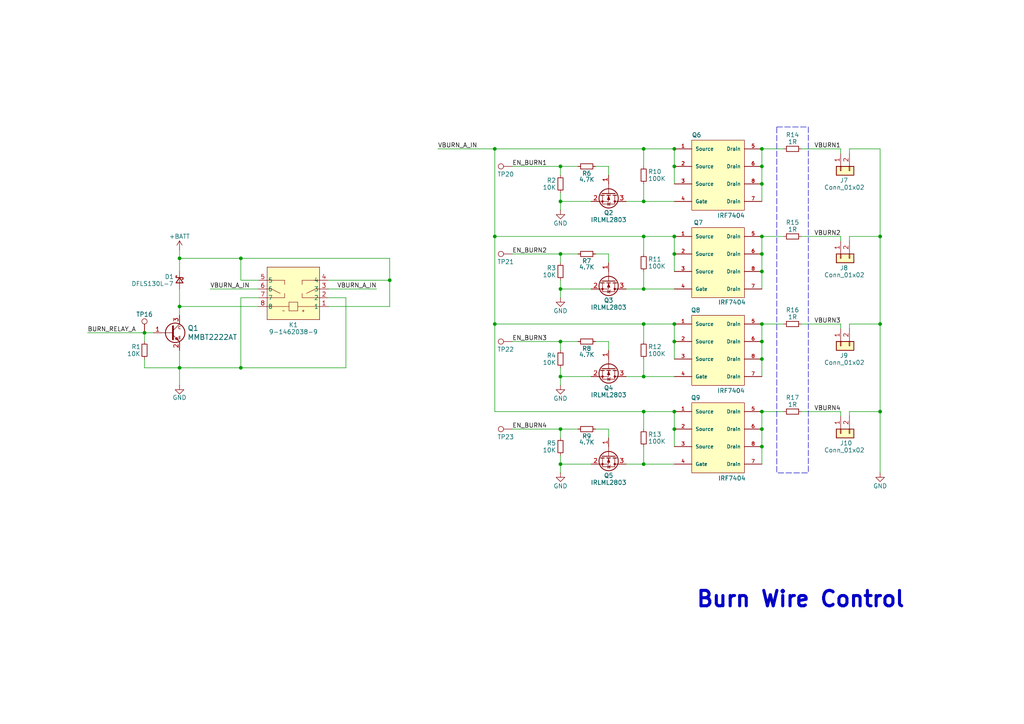
<source format=kicad_sch>
(kicad_sch (version 20231120) (generator "eeschema") (generator_version "8.0")
  (paper "A4")
  (title_block (title "Avionics-BatteryBoard") (date "2024-06-15") (rev "1.1") (company "Argus-1 Cubesat") (comment 1 "M. Holliday") (comment 2 "N. Khera"))
  (lib_symbols
    (symbol "BatteryBoard:9-1462038-8" (pin_names (offset 0.254))
      (property "Reference" "K" (at 0 11.176 0))
      (property "Value" "9-1462038-8" (at 0 9.144 0))
      (symbol "9-1462038-8_0_1"
        (polyline (pts (xy -7.62 -1.27) (xy -6.35 -1.27)) (stroke (width 0.127)))
        (polyline (pts (xy -7.62 1.27) (xy -2.54 1.27)) (stroke (width 0.127)))
        (polyline (pts (xy -7.62 3.81) (xy -1.27 3.81)) (stroke (width 0.127)))
        (polyline (pts (xy -6.35 -1.27) (xy -3.81 0)) (stroke (width 0.127)))
        (polyline (pts (xy -2.8464 4.7606) (xy -2.8464 5.3956)) (stroke (width 0.127)))
        (polyline (pts (xy -2.54 -3.81) (xy -7.62 -3.81)) (stroke (width 0.127)))
        (polyline (pts (xy -2.54 -2.54) (xy -2.54 -3.81)) (stroke (width 0.127)))
        (polyline (pts (xy -2.54 1.27) (xy -2.54 0)) (stroke (width 0.127)))
        (polyline (pts (xy -2.54 5.08) (xy -3.175 5.08)) (stroke (width 0.127)))
        (polyline (pts (xy -1.27 2.54) (xy 1.27 2.54)) (stroke (width 0.127)))
        (polyline (pts (xy -1.27 5.08) (xy -1.27 2.54)) (stroke (width 0.127)))
        (polyline (pts (xy 1.27 2.54) (xy 1.27 5.08)) (stroke (width 0.127)))
        (polyline (pts (xy 1.27 3.81) (xy 7.62 3.81)) (stroke (width 0.127)))
        (polyline (pts (xy 1.27 5.08) (xy -1.27 5.08)) (stroke (width 0.127)))
        (polyline (pts (xy 2.54 -3.81) (xy 2.54 -2.54)) (stroke (width 0.127)))
        (polyline (pts (xy 2.54 0) (xy 2.54 1.27)) (stroke (width 0.127)))
        (polyline (pts (xy 2.54 1.27) (xy 7.62 1.27)) (stroke (width 0.127)))
        (polyline (pts (xy 2.54 5.08) (xy 3.175 5.08)) (stroke (width 0.127)))
        (polyline (pts (xy 6.35 -1.27) (xy 3.81 0)) (stroke (width 0.127)))
        (polyline (pts (xy 7.62 -3.81) (xy 2.54 -3.81)) (stroke (width 0.127)))
        (polyline (pts (xy 7.62 -1.27) (xy 6.35 -1.27)) (stroke (width 0.127)))
      )
      (symbol "9-1462038-8_1_1"
        (rectangle (start -7.62 7.62) (end 7.62 -7.62) (fill (type background)))
        (pin power_in line (at -10.16 3.81 0) (length 2.54) (name "1") (number "1"))
        (pin input line (at -10.16 1.27 0) (length 2.54) (name "2") (number "2"))
        (pin output line (at -10.16 -1.27 0) (length 2.54) (name "3") (number "3"))
        (pin input line (at -10.16 -3.81 0) (length 2.54) (name "4") (number "4"))
        (pin input line (at 10.16 -3.81 180) (length 2.54) (name "5") (number "5"))
        (pin output line (at 10.16 -1.27 180) (length 2.54) (name "6") (number "6"))
        (pin input line (at 10.16 1.27 180) (length 2.54) (name "7") (number "7"))
        (pin power_in line (at 10.16 3.81 180) (length 2.54) (name "8") (number "8"))
      )
    )
    (symbol "BatteryBoard:IRF7404" (pin_names (offset 1.016))
      (property "Reference" "Q9" (at -7.874 10.668 0))
      (property "Value" "IRF7404" (at 0 -12.192 0))
      (symbol "IRF7404_0_0"
        (pin bidirectional line (at -12.7 7.62 0) (length 5.08) (name "Source") (number "1"))
        (pin bidirectional line (at -12.7 2.54 0) (length 5.08) (name "Source") (number "2"))
        (pin bidirectional line (at -12.7 -2.54 0) (length 5.08) (name "Source") (number "3"))
        (pin bidirectional line (at -12.7 -7.62 0) (length 5.08) (name "Gate") (number "4"))
        (pin bidirectional line (at 12.7 7.62 180) (length 5.08) (name "Drain") (number "5"))
        (pin bidirectional line (at 12.7 2.54 180) (length 5.08) (name "Drain") (number "6"))
        (pin bidirectional line (at 12.7 -7.62 180) (length 5.08) (name "Drain") (number "7"))
        (pin bidirectional line (at 12.7 -2.54 180) (length 5.08) (name "Drain") (number "8"))
      )
      (symbol "IRF7404_1_1"
        (rectangle (start -7.62 10.16) (end 7.62 -10.16) (fill (type background)))
      )
    )
    (symbol "Connector:TestPoint" (pin_numbers hide) (pin_names (offset 0.762) hide)
      (property "Reference" "TP" (at 0 6.858 0))
      (property "Value" "TestPoint" (at 0 5.08 0))
      (symbol "TestPoint_0_1"
        (circle (center 0 3.302) (radius 0.762))
      )
      (symbol "TestPoint_1_1"
        (pin passive line (at 0 0 90) (length 2.54) (name "1") (number "1"))
      )
    )
    (symbol "Connector_Generic:Conn_01x02" (pin_names (offset 1.016) hide)
      (property "Reference" "J" (at 0 2.54 0))
      (property "Value" "Conn_01x02" (at 0 -5.08 0))
      (symbol "Conn_01x02_1_1"
        (rectangle (start -1.27 -2.413) (end 0 -2.667) (stroke (width 0.1524)))
        (rectangle (start -1.27 0.127) (end 0 -0.127) (stroke (width 0.1524)))
        (rectangle (start -1.27 1.27) (end 1.27 -3.81) (stroke (width 0.254)) (fill (type background)))
        (pin passive line (at -5.08 0 0) (length 3.81) (name "Pin_1") (number "1"))
        (pin passive line (at -5.08 -2.54 0) (length 3.81) (name "Pin_2") (number "2"))
      )
    )
    (symbol "Device:D_Schottky_Small" (pin_numbers hide) (pin_names (offset 0.254) hide)
      (property "Reference" "D" (at -1.27 2.032 0))
      (property "Value" "D_Schottky_Small" (at -7.112 -2.032 0))
      (symbol "D_Schottky_Small_0_1"
        (polyline (pts (xy -0.762 0) (xy 0.762 0)))
        (polyline (pts (xy 0.762 -1.016) (xy -0.762 0) (xy 0.762 1.016) (xy 0.762 -1.016)) (stroke (width 0.254)))
        (polyline (pts (xy -1.27 0.762) (xy -1.27 1.016) (xy -0.762 1.016) (xy -0.762 -1.016) (xy -0.254 -1.016) (xy -0.254 -0.762)) (stroke (width 0.254)))
      )
      (symbol "D_Schottky_Small_1_1"
        (pin passive line (at -2.54 0 0) (length 1.778) (name "K") (number "1"))
        (pin passive line (at 2.54 0 180) (length 1.778) (name "A") (number "2"))
      )
    )
    (symbol "Device:R_Small" (pin_numbers hide) (pin_names (offset 0.254) hide)
      (property "Reference" "R" (at 0.762 0.508 0))
      (property "Value" "R_Small" (at 0.762 -1.016 0))
      (symbol "R_Small_0_1"
        (rectangle (start -0.762 1.778) (end 0.762 -1.778) (stroke (width 0.2032)))
      )
      (symbol "R_Small_1_1"
        (pin passive line (at 0 2.54 270) (length 0.762) (name "~") (number "1"))
        (pin passive line (at 0 -2.54 90) (length 0.762) (name "~") (number "2"))
      )
    )
    (symbol "Transistor_FET:IRLML2060" (pin_names hide)
      (property "Reference" "Q" (at 5.08 1.905 0))
      (property "Value" "IRLML2060" (at 5.08 0 0))
      (symbol "IRLML2060_0_1"
        (polyline (pts (xy 0.254 0) (xy -2.54 0)))
        (polyline (pts (xy 0.254 1.905) (xy 0.254 -1.905)) (stroke (width 0.254)))
        (polyline (pts (xy 0.762 -1.27) (xy 0.762 -2.286)) (stroke (width 0.254)))
        (polyline (pts (xy 0.762 0.508) (xy 0.762 -0.508)) (stroke (width 0.254)))
        (polyline (pts (xy 0.762 2.286) (xy 0.762 1.27)) (stroke (width 0.254)))
        (polyline (pts (xy 2.54 2.54) (xy 2.54 1.778)))
        (polyline (pts (xy 2.54 -2.54) (xy 2.54 0) (xy 0.762 0)))
        (polyline (pts (xy 0.762 -1.778) (xy 3.302 -1.778) (xy 3.302 1.778) (xy 0.762 1.778)))
        (polyline (pts (xy 1.016 0) (xy 2.032 0.381) (xy 2.032 -0.381) (xy 1.016 0)) (fill (type outline)))
        (polyline (pts (xy 2.794 0.508) (xy 2.921 0.381) (xy 3.683 0.381) (xy 3.81 0.254)))
        (polyline (pts (xy 3.302 0.381) (xy 2.921 -0.254) (xy 3.683 -0.254) (xy 3.302 0.381)))
        (circle (center 1.651 0) (radius 2.794) (stroke (width 0.254)))
        (circle (center 2.54 -1.778) (radius 0.254) (fill (type outline)))
        (circle (center 2.54 1.778) (radius 0.254) (fill (type outline)))
      )
      (symbol "IRLML2060_1_1"
        (pin input line (at -5.08 0 0) (length 2.54) (name "G") (number "1"))
        (pin passive line (at 2.54 -5.08 90) (length 2.54) (name "S") (number "2"))
        (pin passive line (at 2.54 5.08 270) (length 2.54) (name "D") (number "3"))
      )
    )
    (symbol "mainboard:MMBT2222AT" (pin_names (offset 1.016) hide)
      (property "Reference" "Q" (at -8.89 3.81 0))
      (property "Value" "MMBT2222AT" (at 2.54 -1.27 0))
      (symbol "MMBT2222AT_0_1"
        (polyline (pts (xy -5.08 0) (xy -1.905 0)))
        (polyline (pts (xy -0.127 -1.397) (xy 0.254 -1.397)))
        (polyline (pts (xy -0.127 -1.016) (xy 0.254 -1.016)))
        (polyline (pts (xy -0.127 -1.016) (xy -0.127 -1.778) (xy 0.254 -1.778)))
        (polyline (pts (xy 0.254 1.905) (xy -0.127 1.905) (xy -0.254 1.651) (xy -0.254 1.397) (xy -0.127 1.143) (xy 0.254 1.143)))
      )
      (symbol "MMBT2222AT_1_1"
        (circle (center -1.27 0) (radius 2.8194) (stroke (width 0.254)))
        (polyline (pts (xy -1.905 0.635) (xy 0 2.54)))
        (polyline (pts (xy -1.905 -0.635) (xy 0 -2.54) (xy 0 -2.54)))
        (polyline (pts (xy -1.905 1.905) (xy -1.905 -1.905) (xy -1.905 -1.905)) (stroke (width 0.508)))
        (polyline (pts (xy -1.27 -1.778) (xy -0.762 -1.27) (xy -0.254 -2.286) (xy -1.27 -1.778) (xy -1.27 -1.778)) (fill (type outline)))
        (pin input line (at -7.62 0 0) (length 2.54) (name "B") (number "1"))
        (pin passive line (at 0 -5.08 90) (length 2.54) (name "E") (number "2"))
        (pin passive line (at 0 5.08 270) (length 2.54) (name "C") (number "3"))
      )
    )
    (symbol "power:+BATT" (power) (pin_numbers hide) (pin_names (offset 0) hide)
      (property "Value" "+BATT" (at 0 3.556 0))
      (symbol "+BATT_0_1"
        (polyline (pts (xy -0.762 1.27) (xy 0 2.54)))
        (polyline (pts (xy 0 0) (xy 0 2.54)))
        (polyline (pts (xy 0 2.54) (xy 0.762 1.27)))
      )
      (symbol "+BATT_1_1"
        (pin power_in line (at 0 0 90) (length 0) (name "~") (number "1"))
      )
    )
    (symbol "power:GND" (power) (pin_numbers hide) (pin_names (offset 0) hide)
      (property "Value" "GND" (at 0 -3.81 0))
      (symbol "GND_0_1"
        (polyline (pts (xy 0 0) (xy 0 -1.27) (xy 1.27 -1.27) (xy 0 -2.54) (xy -1.27 -1.27) (xy 0 -1.27)))
      )
      (symbol "GND_1_1"
        (pin power_in line (at 0 0 270) (length 0) (name "~") (number "1"))
      )
    )
  )
  (junction (at 162.56 48.26))
  (junction (at 52.07 74.93))
  (junction (at 220.98 48.26))
  (junction (at 162.56 109.22))
  (junction (at 162.56 99.06))
  (junction (at 143.51 68.58))
  (junction (at 195.58 93.98))
  (junction (at 52.07 106.68))
  (junction (at 220.98 129.54))
  (junction (at 143.51 43.18))
  (junction (at 255.27 119.38))
  (junction (at 186.69 58.42))
  (junction (at 195.58 73.66))
  (junction (at 186.69 134.62))
  (junction (at 195.58 119.38))
  (junction (at 186.69 83.82))
  (junction (at 255.27 93.98))
  (junction (at 162.56 58.42))
  (junction (at 220.98 99.06))
  (junction (at 113.03 81.28))
  (junction (at 220.98 73.66))
  (junction (at 220.98 124.46))
  (junction (at 162.56 83.82))
  (junction (at 220.98 93.98))
  (junction (at 195.58 48.26))
  (junction (at 143.51 93.98))
  (junction (at 220.98 119.38))
  (junction (at 220.98 68.58))
  (junction (at 186.69 93.98))
  (junction (at 220.98 53.34))
  (junction (at 41.91 96.52))
  (junction (at 186.69 43.18))
  (junction (at 186.69 119.38))
  (junction (at 195.58 124.46))
  (junction (at 195.58 68.58))
  (junction (at 69.85 74.93))
  (junction (at 52.07 88.9))
  (junction (at 186.69 68.58))
  (junction (at 195.58 99.06))
  (junction (at 255.27 68.58))
  (junction (at 69.85 106.68))
  (junction (at 220.98 78.74))
  (junction (at 220.98 104.14))
  (junction (at 162.56 124.46))
  (junction (at 195.58 43.18))
  (junction (at 220.98 43.18))
  (junction (at 186.69 109.22))
  (junction (at 162.56 134.62))
  (junction (at 162.56 73.66))
  (wire (pts (xy 181.61 109.22) (xy 186.69 109.22)))
  (wire (pts (xy 176.53 127) (xy 176.53 124.46)))
  (wire (pts (xy 171.45 83.82) (xy 162.56 83.82)))
  (wire (pts (xy 148.59 124.46) (xy 162.56 124.46)))
  (wire (pts (xy 195.58 104.14) (xy 195.58 99.06)))
  (wire (pts (xy 109.22 83.82) (xy 95.25 83.82)))
  (wire (pts (xy 113.03 88.9) (xy 95.25 88.9)))
  (wire (pts (xy 220.98 53.34) (xy 220.98 58.42)))
  (wire (pts (xy 246.38 68.58) (xy 255.27 68.58)))
  (wire (pts (xy 220.98 109.22) (xy 220.98 104.14)))
  (wire (pts (xy 220.98 43.18) (xy 220.98 48.26)))
  (wire (pts (xy 69.85 86.36) (xy 69.85 106.68)))
  (wire (pts (xy 181.61 58.42) (xy 186.69 58.42)))
  (wire (pts (xy 143.51 68.58) (xy 186.69 68.58)))
  (wire (pts (xy 220.98 104.14) (xy 220.98 99.06)))
  (wire (pts (xy 143.51 68.58) (xy 143.51 43.18)))
  (wire (pts (xy 41.91 106.68) (xy 52.07 106.68)))
  (wire (pts (xy 186.69 68.58) (xy 195.58 68.58)))
  (wire (pts (xy 162.56 124.46) (xy 162.56 127)))
  (wire (pts (xy 186.69 43.18) (xy 186.69 48.26)))
  (wire (pts (xy 162.56 99.06) (xy 167.64 99.06)))
  (wire (pts (xy 255.27 68.58) (xy 255.27 93.98)))
  (wire (pts (xy 148.59 73.66) (xy 162.56 73.66)))
  (wire (pts (xy 52.07 72.39) (xy 52.07 74.93)))
  (wire (pts (xy 52.07 106.68) (xy 69.85 106.68)))
  (wire (pts (xy 195.58 53.34) (xy 195.58 48.26)))
  (wire (pts (xy 243.84 93.98) (xy 243.84 95.25)))
  (wire (pts (xy 41.91 96.52) (xy 44.45 96.52)))
  (wire (pts (xy 220.98 119.38) (xy 220.98 124.46)))
  (wire (pts (xy 52.07 88.9) (xy 52.07 91.44)))
  (wire (pts (xy 220.98 119.38) (xy 227.33 119.38)))
  (wire (pts (xy 246.38 44.45) (xy 246.38 43.18)))
  (wire (pts (xy 186.69 119.38) (xy 195.58 119.38)))
  (wire (pts (xy 232.41 43.18) (xy 243.84 43.18)))
  (wire (pts (xy 220.98 83.82) (xy 220.98 78.74)))
  (wire (pts (xy 162.56 86.36) (xy 162.56 83.82)))
  (wire (pts (xy 162.56 73.66) (xy 167.64 73.66)))
  (wire (pts (xy 220.98 93.98) (xy 227.33 93.98)))
  (wire (pts (xy 186.69 129.54) (xy 186.69 134.62)))
  (wire (pts (xy 41.91 96.52) (xy 41.91 99.06)))
  (wire (pts (xy 69.85 106.68) (xy 100.33 106.68)))
  (wire (pts (xy 162.56 58.42) (xy 162.56 55.88)))
  (wire (pts (xy 148.59 99.06) (xy 162.56 99.06)))
  (wire (pts (xy 171.45 109.22) (xy 162.56 109.22)))
  (wire (pts (xy 162.56 137.16) (xy 162.56 134.62)))
  (wire (pts (xy 25.4 96.52) (xy 41.91 96.52)))
  (wire (pts (xy 186.69 43.18) (xy 195.58 43.18)))
  (wire (pts (xy 220.98 93.98) (xy 220.98 99.06)))
  (wire (pts (xy 143.51 93.98) (xy 186.69 93.98)))
  (wire (pts (xy 162.56 111.76) (xy 162.56 109.22)))
  (wire (pts (xy 162.56 60.96) (xy 162.56 58.42)))
  (wire (pts (xy 186.69 68.58) (xy 186.69 73.66)))
  (wire (pts (xy 100.33 86.36) (xy 100.33 106.68)))
  (wire (pts (xy 113.03 81.28) (xy 113.03 88.9)))
  (wire (pts (xy 162.56 48.26) (xy 167.64 48.26)))
  (wire (pts (xy 186.69 78.74) (xy 186.69 83.82)))
  (wire (pts (xy 60.96 83.82) (xy 74.93 83.82)))
  (wire (pts (xy 220.98 78.74) (xy 220.98 73.66)))
  (wire (pts (xy 186.69 83.82) (xy 195.58 83.82)))
  (wire (pts (xy 176.53 76.2) (xy 176.53 73.66)))
  (wire (pts (xy 171.45 134.62) (xy 162.56 134.62)))
  (wire (pts (xy 171.45 58.42) (xy 162.56 58.42)))
  (wire (pts (xy 95.25 81.28) (xy 113.03 81.28)))
  (wire (pts (xy 162.56 99.06) (xy 162.56 101.6)))
  (wire (pts (xy 69.85 74.93) (xy 113.03 74.93)))
  (wire (pts (xy 172.72 48.26) (xy 176.53 48.26)))
  (wire (pts (xy 246.38 95.25) (xy 246.38 93.98)))
  (wire (pts (xy 220.98 43.18) (xy 227.33 43.18)))
  (wire (pts (xy 195.58 119.38) (xy 195.58 124.46)))
  (wire (pts (xy 52.07 74.93) (xy 69.85 74.93)))
  (wire (pts (xy 186.69 134.62) (xy 195.58 134.62)))
  (wire (pts (xy 143.51 119.38) (xy 186.69 119.38)))
  (wire (pts (xy 176.53 50.8) (xy 176.53 48.26)))
  (wire (pts (xy 186.69 109.22) (xy 195.58 109.22)))
  (wire (pts (xy 195.58 48.26) (xy 195.58 43.18)))
  (wire (pts (xy 148.59 48.26) (xy 162.56 48.26)))
  (wire (pts (xy 255.27 43.18) (xy 255.27 68.58)))
  (wire (pts (xy 220.98 73.66) (xy 220.98 68.58)))
  (wire (pts (xy 52.07 83.82) (xy 52.07 88.9)))
  (wire (pts (xy 162.56 109.22) (xy 162.56 106.68)))
  (wire (pts (xy 232.41 93.98) (xy 243.84 93.98)))
  (wire (pts (xy 52.07 74.93) (xy 52.07 78.74)))
  (wire (pts (xy 176.53 101.6) (xy 176.53 99.06)))
  (wire (pts (xy 255.27 119.38) (xy 255.27 137.16)))
  (wire (pts (xy 100.33 86.36) (xy 95.25 86.36)))
  (wire (pts (xy 220.98 48.26) (xy 220.98 53.34)))
  (wire (pts (xy 162.56 83.82) (xy 162.56 81.28)))
  (wire (pts (xy 74.93 86.36) (xy 69.85 86.36)))
  (wire (pts (xy 220.98 124.46) (xy 220.98 129.54)))
  (wire (pts (xy 162.56 48.26) (xy 162.56 50.8)))
  (wire (pts (xy 255.27 93.98) (xy 255.27 119.38)))
  (wire (pts (xy 195.58 124.46) (xy 195.58 129.54)))
  (wire (pts (xy 186.69 93.98) (xy 195.58 93.98)))
  (wire (pts (xy 186.69 58.42) (xy 195.58 58.42)))
  (wire (pts (xy 162.56 134.62) (xy 162.56 132.08)))
  (wire (pts (xy 69.85 74.93) (xy 69.85 81.28)))
  (wire (pts (xy 246.38 93.98) (xy 255.27 93.98)))
  (wire (pts (xy 143.51 68.58) (xy 143.51 93.98)))
  (wire (pts (xy 195.58 99.06) (xy 195.58 93.98)))
  (wire (pts (xy 127 43.18) (xy 143.51 43.18)))
  (wire (pts (xy 246.38 120.65) (xy 246.38 119.38)))
  (wire (pts (xy 195.58 78.74) (xy 195.58 73.66)))
  (wire (pts (xy 181.61 134.62) (xy 186.69 134.62)))
  (wire (pts (xy 162.56 73.66) (xy 162.56 76.2)))
  (wire (pts (xy 172.72 124.46) (xy 176.53 124.46)))
  (wire (pts (xy 52.07 111.76) (xy 52.07 106.68)))
  (wire (pts (xy 172.72 73.66) (xy 176.53 73.66)))
  (wire (pts (xy 162.56 124.46) (xy 167.64 124.46)))
  (wire (pts (xy 246.38 43.18) (xy 255.27 43.18)))
  (wire (pts (xy 186.69 119.38) (xy 186.69 124.46)))
  (wire (pts (xy 220.98 68.58) (xy 227.33 68.58)))
  (wire (pts (xy 243.84 43.18) (xy 243.84 44.45)))
  (wire (pts (xy 41.91 104.14) (xy 41.91 106.68)))
  (wire (pts (xy 143.51 43.18) (xy 186.69 43.18)))
  (wire (pts (xy 113.03 81.28) (xy 113.03 74.93)))
  (wire (pts (xy 186.69 93.98) (xy 186.69 99.06)))
  (wire (pts (xy 69.85 81.28) (xy 74.93 81.28)))
  (wire (pts (xy 220.98 129.54) (xy 220.98 134.62)))
  (wire (pts (xy 186.69 104.14) (xy 186.69 109.22)))
  (wire (pts (xy 243.84 68.58) (xy 243.84 69.85)))
  (wire (pts (xy 143.51 93.98) (xy 143.51 119.38)))
  (wire (pts (xy 232.41 119.38) (xy 243.84 119.38)))
  (wire (pts (xy 172.72 99.06) (xy 176.53 99.06)))
  (wire (pts (xy 246.38 69.85) (xy 246.38 68.58)))
  (wire (pts (xy 186.69 53.34) (xy 186.69 58.42)))
  (wire (pts (xy 243.84 119.38) (xy 243.84 120.65)))
  (wire (pts (xy 195.58 73.66) (xy 195.58 68.58)))
  (wire (pts (xy 181.61 83.82) (xy 186.69 83.82)))
  (wire (pts (xy 52.07 88.9) (xy 74.93 88.9)))
  (wire (pts (xy 232.41 68.58) (xy 243.84 68.58)))
  (wire (pts (xy 52.07 106.68) (xy 52.07 101.6)))
  (wire (pts (xy 246.38 119.38) (xy 255.27 119.38)))
  (rectangle (start 225.298 36.83) (end 234.442 137.16) (stroke (width 0) (type dash)))
  (text "Burn Wire Control" (at 201.676 176.53 0) (effects (font (size 4.445 4.445) (thickness 0.889) (bold yes)) (justify left bottom)))
  (label "VBURN1" (at 243.84 43.18 180))
  (label "VBURN3" (at 243.84 93.98 180))
  (label "EN_BURN3" (at 148.59 99.06 0))
  (label "BURN_RELAY_A" (at 25.4 96.52 0))
  (label "VBURN2" (at 243.84 68.58 180))
  (label "VBURN_A_IN" (at 109.22 83.82 180))
  (label "EN_BURN1" (at 148.59 48.26 0))
  (label "VBURN4" (at 243.84 119.38 180))
  (label "VBURN_A_IN" (at 127 43.18 0))
  (label "EN_BURN4" (at 148.59 124.46 0))
  (label "VBURN_A_IN" (at 60.96 83.82 0))
  (label "EN_BURN2" (at 148.59 73.66 0))
  (symbol (lib_id "power:GND") (at 162.56 86.36 0) (unit 1)
    (property "Reference" "#PWR020" (effects (hide yes)))
    (property "Value" "GND" (at 162.56 90.17 0))
    (property "Description" "Power symbol creates a global label with name \"GND\" , ground" (effects (hide yes)))
  )
  (symbol (lib_id "Device:R_Small") (at 186.69 101.6 0) (unit 1)
    (property "Reference" "R12" (at 187.96 100.584 0) (effects (justify left)))
    (property "Value" "100K" (at 187.96 102.616 0) (effects (justify left)))
    (property "Description" "Resistor, small symbol" (effects (hide yes)))
  )
  (symbol (lib_id "power:GND") (at 162.56 60.96 0) (unit 1)
    (property "Reference" "#PWR019" (effects (hide yes)))
    (property "Value" "GND" (at 162.56 64.77 0))
    (property "Description" "Power symbol creates a global label with name \"GND\" , ground" (effects (hide yes)))
  )
  (symbol (lib_id "Connector_Generic:Conn_01x02") (at 243.84 49.53 90) (mirror x) (unit 1)
    (property "Reference" "J7" (at 243.586 52.324 90) (effects (justify right)))
    (property "Value" "Conn_01x02" (at 239.014 54.356 90) (effects (justify right)))
    (property "Description" "Generic connector, single row, 01x02, script generated (kicad-library-utils/schlib/autogen/connector/)" (effects (hide yes)))
  )
  (symbol (lib_id "Device:R_Small") (at 162.56 129.54 0) (mirror y) (unit 1)
    (property "Reference" "R5" (at 161.29 128.524 0) (effects (justify left)))
    (property "Value" "10K" (at 161.29 130.556 0) (effects (justify left)))
    (property "Description" "Resistor, small symbol" (effects (hide yes)))
  )
  (symbol (lib_id "Device:R_Small") (at 229.87 93.98 90) (unit 1)
    (property "Reference" "R16" (at 229.87 89.916 90))
    (property "Value" "1R" (at 229.87 91.948 90))
    (property "Description" "Resistor, small symbol" (effects (hide yes)))
  )
  (symbol (lib_id "power:+BATT") (at 52.07 72.39 0) (mirror y) (unit 1)
    (property "Reference" "#PWR017" (effects (hide yes)))
    (property "Value" "+BATT" (at 52.07 68.58 0))
    (property "Description" "Power symbol creates a global label with name \"+BATT\"" (effects (hide yes)))
  )
  (symbol (lib_id "Device:R_Small") (at 162.56 53.34 0) (mirror y) (unit 1)
    (property "Reference" "R2" (at 161.29 52.324 0) (effects (justify left)))
    (property "Value" "10K" (at 161.29 54.356 0) (effects (justify left)))
    (property "Description" "Resistor, small symbol" (effects (hide yes)))
  )
  (symbol (lib_id "Connector_Generic:Conn_01x02") (at 243.84 125.73 90) (mirror x) (unit 1)
    (property "Reference" "J10" (at 243.586 128.524 90) (effects (justify right)))
    (property "Value" "Conn_01x02" (at 239.014 130.556 90) (effects (justify right)))
    (property "Description" "Generic connector, single row, 01x02, script generated (kicad-library-utils/schlib/autogen/connector/)" (effects (hide yes)))
  )
  (symbol (lib_id "Connector:TestPoint") (at 41.91 96.52 0) (mirror y) (unit 1)
    (property "Reference" "TP16" (at 41.91 91.186 0))
    (property "Value" "TestPoint" (effects (hide yes)))
    (property "Footprint" "TestPoint:TestPoint_Loop_D1.80mm_Drill1.0mm_Beaded" (effects (hide yes)))
    (property "DNP" "DNP" (effects (hide yes)))
  )
  (symbol (lib_id "Device:R_Small") (at 162.56 78.74 0) (mirror y) (unit 1)
    (property "Reference" "R3" (at 161.29 77.724 0) (effects (justify left)))
    (property "Value" "10K" (at 161.29 79.756 0) (effects (justify left)))
    (property "Description" "Resistor, small symbol" (effects (hide yes)))
  )
  (symbol (lib_id "BatteryBoard:IRF7404") (at 208.28 101.6 0) (unit 1)
    (property "Reference" "Q8" (at 200.406 90.678 0) (effects (justify left bottom)))
    (property "Value" "IRF7404" (at 208.026 114.046 0) (effects (justify left bottom)))
    (property "Datasheet" "https://www.onsemi.com/pdf/datasheet/nds8434-d.pdf" (effects (hide yes)))
    (property "Description" "P-Channel MOSFET" (effects (hide yes)))
    (property "Flight" "NDS8434" (effects (hide yes)))
    (property "Manufacturer_Name" "ON Semiconductor" (effects (hide yes)))
    (property "Manufacturer_Part_Number" "NDS8434" (effects (hide yes)))
    (property "Proto" "DMP2022LSS-13" (effects (hide yes)))
  )
  (symbol (lib_id "Connector:TestPoint") (at 148.59 73.66 90) (mirror x) (unit 1)
    (property "Reference" "TP21" (at 149.098 75.946 90) (effects (justify left)))
    (property "Value" "TestPoint" (effects (hide yes)))
    (property "Footprint" "TestPoint:TestPoint_Loop_D1.80mm_Drill1.0mm_Beaded" (effects (hide yes)))
    (property "DNP" "DNP" (effects (hide yes)))
  )
  (symbol (lib_id "Transistor_FET:IRLML2060") (at 176.53 106.68 270) (unit 1)
    (property "Reference" "Q4" (at 176.53 112.522 90))
    (property "Value" "IRLML2803" (at 176.53 114.554 90))
    (property "Footprint" "Package_TO_SOT_SMD:SOT-23" (effects (hide yes)))
    (property "Datasheet" "https://www.infineon.com/dgdl/irlml2060pbf.pdf?fileId=5546d462533600a401535664b7fb25ee" (effects (hide yes)))
    (property "Description" "1.2A Id, 60V Vds, 480mOhm Rds, N-Channel HEXFET Power MOSFET, SOT-23" (effects (hide yes)))
  )
  (symbol (lib_id "Connector:TestPoint") (at 148.59 124.46 90) (mirror x) (unit 1)
    (property "Reference" "TP23" (at 149.098 126.746 90) (effects (justify left)))
    (property "Value" "TestPoint" (effects (hide yes)))
    (property "Footprint" "TestPoint:TestPoint_Loop_D1.80mm_Drill1.0mm_Beaded" (effects (hide yes)))
    (property "DNP" "DNP" (effects (hide yes)))
  )
  (symbol (lib_id "Device:R_Small") (at 186.69 127 0) (unit 1)
    (property "Reference" "R13" (at 187.96 125.984 0) (effects (justify left)))
    (property "Value" "100K" (at 187.96 128.016 0) (effects (justify left)))
    (property "Description" "Resistor, small symbol" (effects (hide yes)))
  )
  (symbol (lib_id "Connector_Generic:Conn_01x02") (at 243.84 100.33 90) (mirror x) (unit 1)
    (property "Reference" "J9" (at 243.586 103.124 90) (effects (justify right)))
    (property "Value" "Conn_01x02" (at 239.014 105.156 90) (effects (justify right)))
    (property "Description" "Generic connector, single row, 01x02, script generated (kicad-library-utils/schlib/autogen/connector/)" (effects (hide yes)))
  )
  (symbol (lib_id "Device:R_Small") (at 229.87 68.58 90) (unit 1)
    (property "Reference" "R15" (at 229.87 64.516 90))
    (property "Value" "1R" (at 229.87 66.548 90))
    (property "Description" "Resistor, small symbol" (effects (hide yes)))
  )
  (symbol (lib_id "power:GND") (at 162.56 111.76 0) (unit 1)
    (property "Reference" "#PWR021" (effects (hide yes)))
    (property "Value" "GND" (at 162.56 115.57 0))
    (property "Description" "Power symbol creates a global label with name \"GND\" , ground" (effects (hide yes)))
  )
  (symbol (lib_id "Transistor_FET:IRLML2060") (at 176.53 55.88 270) (unit 1)
    (property "Reference" "Q2" (at 176.53 61.722 90))
    (property "Value" "IRLML2803" (at 176.53 63.754 90))
    (property "Footprint" "Package_TO_SOT_SMD:SOT-23" (effects (hide yes)))
    (property "Datasheet" "https://www.infineon.com/dgdl/irlml2060pbf.pdf?fileId=5546d462533600a401535664b7fb25ee" (effects (hide yes)))
    (property "Description" "1.2A Id, 60V Vds, 480mOhm Rds, N-Channel HEXFET Power MOSFET, SOT-23" (effects (hide yes)))
  )
  (symbol (lib_id "BatteryBoard:9-1462038-8") (at 85.09 85.09 180) (unit 1)
    (property "Reference" "K1" (at 85.09 94.234 0))
    (property "Value" "9-1462038-9" (at 85.09 96.266 0))
    (property "Datasheet" "http://www.te.com/commerce/DocumentDelivery/DDEController?Action=srchrtrv&DocNm=108-98001&DocType=SS&DocLang=EN" (effects (hide yes)))
    (property "Height" "5.65" (effects (hide yes)))
    (property "Manufacturer_Name" "TE Connectivity" (effects (hide yes)))
    (property "Manufacturer_Part_Number" "9-1462038-9" (effects (hide yes)))
    (property "Arrow Part Number" "9-1462038-9" (effects (hide yes)))
    (property "Arrow Price/Stock" "https://www.arrow.com/en/products/9-1462038-9/te-connectivity?region=nac" (effects (hide yes)))
  )
  (symbol (lib_id "Device:R_Small") (at 170.18 99.06 90) (mirror x) (unit 1)
    (property "Reference" "R8" (at 170.18 101.092 90))
    (property "Value" "4.7K" (at 170.18 102.87 90))
    (property "Description" "Resistor, small symbol" (effects (hide yes)))
  )
  (symbol (lib_id "Device:R_Small") (at 229.87 43.18 90) (unit 1)
    (property "Reference" "R14" (at 229.87 39.116 90))
    (property "Value" "1R" (at 229.87 41.148 90))
    (property "Description" "Resistor, small symbol" (effects (hide yes)))
  )
  (symbol (lib_id "Device:R_Small") (at 170.18 48.26 90) (mirror x) (unit 1)
    (property "Reference" "R6" (at 170.18 50.292 90))
    (property "Value" "4.7K" (at 170.18 52.07 90))
    (property "Description" "Resistor, small symbol" (effects (hide yes)))
  )
  (symbol (lib_id "Connector_Generic:Conn_01x02") (at 243.84 74.93 90) (mirror x) (unit 1)
    (property "Reference" "J8" (at 243.586 77.724 90) (effects (justify right)))
    (property "Value" "Conn_01x02" (at 239.014 79.756 90) (effects (justify right)))
    (property "Description" "Generic connector, single row, 01x02, script generated (kicad-library-utils/schlib/autogen/connector/)" (effects (hide yes)))
  )
  (symbol (lib_id "Connector:TestPoint") (at 148.59 99.06 90) (mirror x) (unit 1)
    (property "Reference" "TP22" (at 149.098 101.346 90) (effects (justify left)))
    (property "Value" "TestPoint" (effects (hide yes)))
    (property "Footprint" "TestPoint:TestPoint_Loop_D1.80mm_Drill1.0mm_Beaded" (effects (hide yes)))
    (property "DNP" "DNP" (effects (hide yes)))
  )
  (symbol (lib_id "Connector:TestPoint") (at 148.59 48.26 90) (mirror x) (unit 1)
    (property "Reference" "TP20" (at 149.098 50.546 90) (effects (justify left)))
    (property "Value" "TestPoint" (effects (hide yes)))
    (property "Footprint" "TestPoint:TestPoint_Loop_D1.80mm_Drill1.0mm_Beaded" (effects (hide yes)))
    (property "DNP" "DNP" (effects (hide yes)))
  )
  (symbol (lib_id "power:GND") (at 255.27 137.16 0) (unit 1)
    (property "Reference" "#PWR023" (effects (hide yes)))
    (property "Value" "GND" (at 255.27 140.97 0))
    (property "Description" "Power symbol creates a global label with name \"GND\" , ground" (effects (hide yes)))
  )
  (symbol (lib_id "power:GND") (at 162.56 137.16 0) (unit 1)
    (property "Reference" "#PWR022" (effects (hide yes)))
    (property "Value" "GND" (at 162.56 140.97 0))
    (property "Description" "Power symbol creates a global label with name \"GND\" , ground" (effects (hide yes)))
  )
  (symbol (lib_id "BatteryBoard:IRF7404") (at 208.28 127 0) (unit 1)
    (property "Reference" "Q9" (at 200.406 116.078 0) (effects (justify left bottom)))
    (property "Value" "IRF7404" (at 208.28 139.446 0) (effects (justify left bottom)))
    (property "Datasheet" "https://www.onsemi.com/pdf/datasheet/nds8434-d.pdf" (effects (hide yes)))
    (property "Description" "P-Channel MOSFET" (effects (hide yes)))
    (property "Flight" "NDS8434" (effects (hide yes)))
    (property "Manufacturer_Name" "ON Semiconductor" (effects (hide yes)))
    (property "Manufacturer_Part_Number" "NDS8434" (effects (hide yes)))
    (property "Proto" "DMP2022LSS-13" (effects (hide yes)))
  )
  (symbol (lib_id "Transistor_FET:IRLML2060") (at 176.53 81.28 270) (unit 1)
    (property "Reference" "Q3" (at 176.53 87.122 90))
    (property "Value" "IRLML2803" (at 176.53 89.154 90))
    (property "Footprint" "Package_TO_SOT_SMD:SOT-23" (effects (hide yes)))
    (property "Datasheet" "https://www.infineon.com/dgdl/irlml2060pbf.pdf?fileId=5546d462533600a401535664b7fb25ee" (effects (hide yes)))
    (property "Description" "1.2A Id, 60V Vds, 480mOhm Rds, N-Channel HEXFET Power MOSFET, SOT-23" (effects (hide yes)))
  )
  (symbol (lib_id "Transistor_FET:IRLML2060") (at 176.53 132.08 270) (unit 1)
    (property "Reference" "Q5" (at 176.53 137.922 90))
    (property "Value" "IRLML2803" (at 176.53 139.954 90))
    (property "Footprint" "Package_TO_SOT_SMD:SOT-23" (effects (hide yes)))
    (property "Datasheet" "https://www.infineon.com/dgdl/irlml2060pbf.pdf?fileId=5546d462533600a401535664b7fb25ee" (effects (hide yes)))
    (property "Description" "1.2A Id, 60V Vds, 480mOhm Rds, N-Channel HEXFET Power MOSFET, SOT-23" (effects (hide yes)))
  )
  (symbol (lib_id "Device:R_Small") (at 41.91 101.6 0) (unit 1)
    (property "Reference" "R1" (at 38.1 100.584 0) (effects (justify left)))
    (property "Value" "10K" (at 36.83 102.616 0) (effects (justify left)))
    (property "Description" "Resistor, small symbol" (effects (hide yes)))
  )
  (symbol (lib_id "Device:R_Small") (at 229.87 119.38 90) (unit 1)
    (property "Reference" "R17" (at 229.87 115.316 90))
    (property "Value" "1R" (at 229.87 117.348 90))
    (property "Description" "Resistor, small symbol" (effects (hide yes)))
  )
  (symbol (lib_id "Device:D_Schottky_Small") (at 52.07 81.28 90) (mirror x) (unit 1)
    (property "Reference" "D1" (at 47.752 80.264 90) (effects (justify right)))
    (property "Value" "DFLS130L-7" (at 38.1 82.296 90) (effects (justify right)))
    (property "Description" "Schottky diode, small symbol" (effects (hide yes)))
  )
  (symbol (lib_id "mainboard:MMBT2222AT") (at 52.07 96.52 0) (unit 1)
    (property "Reference" "Q1" (at 54.3814 95.1738 0) (effects (font (size 1.4986 1.4986)) (justify left)))
    (property "Value" "MMBT2222AT" (at 68.834 97.79 0) (effects (font (size 1.4986 1.4986)) (justify right)))
    (property "Datasheet" "https://www.onsemi.com/pdf/datasheet/mmbt2222att1-d.pdf" (effects (hide yes)))
    (property "Description" "Single NPN BJT" (effects (hide yes)))
    (property "Flight" "NSVMMBT2222ATT1G" (effects (hide yes)))
    (property "Manufacturer_Name" "ON Semiconductor" (effects (hide yes)))
    (property "Manufacturer_Part_Number" "MMBT2222ALT1G" (effects (hide yes)))
    (property "Proto" "MMBT2222ALT1G" (effects (hide yes)))
  )
  (symbol (lib_id "BatteryBoard:IRF7404") (at 208.28 50.8 0) (unit 1)
    (property "Reference" "Q6" (at 200.66 39.878 0) (effects (justify left bottom)))
    (property "Value" "IRF7404" (at 208.026 63.246 0) (effects (justify left bottom)))
    (property "Datasheet" "https://www.onsemi.com/pdf/datasheet/nds8434-d.pdf" (effects (hide yes)))
    (property "Description" "P-Channel MOSFET" (effects (hide yes)))
    (property "Flight" "NDS8434" (effects (hide yes)))
    (property "Manufacturer_Name" "ON Semiconductor" (effects (hide yes)))
    (property "Manufacturer_Part_Number" "NDS8434" (effects (hide yes)))
    (property "Proto" "DMP2022LSS-13" (effects (hide yes)))
  )
  (symbol (lib_id "BatteryBoard:IRF7404") (at 208.28 76.2 0) (unit 1)
    (property "Reference" "Q7" (at 201.168 65.278 0) (effects (justify left bottom)))
    (property "Value" "IRF7404" (at 208.28 88.392 0) (effects (justify left bottom)))
    (property "Datasheet" "https://www.onsemi.com/pdf/datasheet/nds8434-d.pdf" (effects (hide yes)))
    (property "Description" "P-Channel MOSFET" (effects (hide yes)))
    (property "Flight" "NDS8434" (effects (hide yes)))
    (property "Manufacturer_Name" "ON Semiconductor" (effects (hide yes)))
    (property "Manufacturer_Part_Number" "NDS8434" (effects (hide yes)))
    (property "Proto" "DMP2022LSS-13" (effects (hide yes)))
  )
  (symbol (lib_id "Device:R_Small") (at 162.56 104.14 0) (mirror y) (unit 1)
    (property "Reference" "R4" (at 161.29 103.124 0) (effects (justify left)))
    (property "Value" "10K" (at 161.29 105.156 0) (effects (justify left)))
    (property "Description" "Resistor, small symbol" (effects (hide yes)))
  )
  (symbol (lib_id "Device:R_Small") (at 170.18 73.66 90) (mirror x) (unit 1)
    (property "Reference" "R7" (at 170.18 75.692 90))
    (property "Value" "4.7K" (at 170.18 77.47 90))
    (property "Description" "Resistor, small symbol" (effects (hide yes)))
  )
  (symbol (lib_id "Device:R_Small") (at 186.69 50.8 0) (unit 1)
    (property "Reference" "R10" (at 187.96 49.784 0) (effects (justify left)))
    (property "Value" "100K" (at 187.96 51.816 0) (effects (justify left)))
    (property "Description" "Resistor, small symbol" (effects (hide yes)))
  )
  (symbol (lib_id "power:GND") (at 52.07 111.76 0) (unit 1)
    (property "Reference" "#PWR018" (effects (hide yes)))
    (property "Value" "GND" (at 52.07 115.316 0))
    (property "Description" "Power symbol creates a global label with name \"GND\" , ground" (effects (hide yes)))
  )
  (symbol (lib_id "Device:R_Small") (at 186.69 76.2 0) (unit 1)
    (property "Reference" "R11" (at 187.96 75.184 0) (effects (justify left)))
    (property "Value" "100K" (at 187.96 77.216 0) (effects (justify left)))
    (property "Description" "Resistor, small symbol" (effects (hide yes)))
  )
  (symbol (lib_id "Device:R_Small") (at 170.18 124.46 90) (mirror x) (unit 1)
    (property "Reference" "R9" (at 170.18 126.492 90))
    (property "Value" "4.7K" (at 170.18 128.27 90))
    (property "Description" "Resistor, small symbol" (effects (hide yes)))
  )
)
</source>
